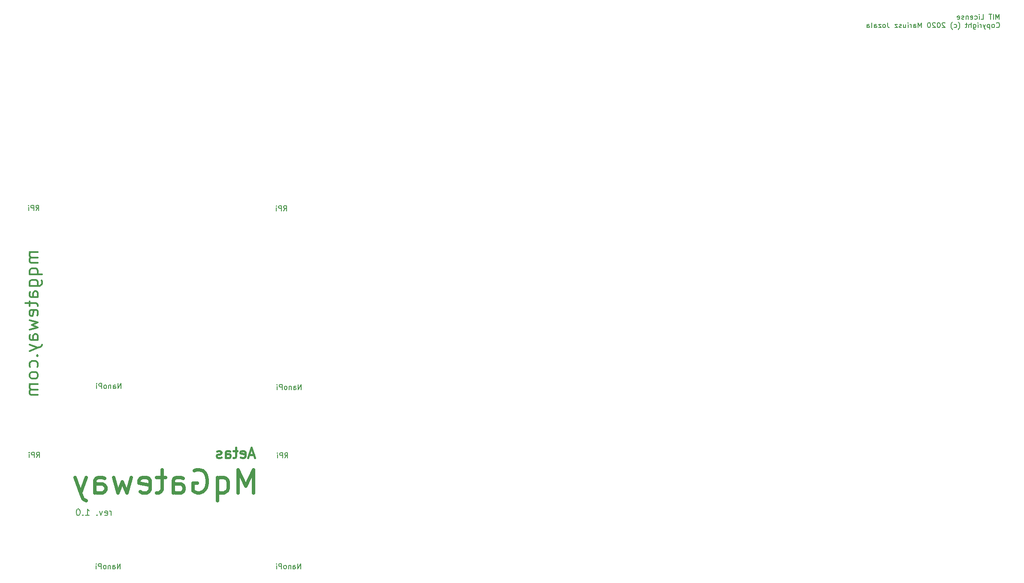
<source format=gbr>
G04 #@! TF.GenerationSoftware,KiCad,Pcbnew,5.1.5+dfsg1-2build2*
G04 #@! TF.CreationDate,2020-11-11T22:45:24+01:00*
G04 #@! TF.ProjectId,MqGateway,4d714761-7465-4776-9179-2e6b69636164,rev?*
G04 #@! TF.SameCoordinates,PX1945ba0PY17d7840*
G04 #@! TF.FileFunction,Legend,Bot*
G04 #@! TF.FilePolarity,Positive*
%FSLAX46Y46*%
G04 Gerber Fmt 4.6, Leading zero omitted, Abs format (unit mm)*
G04 Created by KiCad (PCBNEW 5.1.5+dfsg1-2build2) date 2020-11-11 22:45:24*
%MOMM*%
%LPD*%
G04 APERTURE LIST*
%ADD10C,0.350000*%
%ADD11C,0.150000*%
%ADD12C,0.457200*%
%ADD13C,0.203200*%
%ADD14C,0.635000*%
%ADD15C,7.102000*%
%ADD16O,1.602000X2.102000*%
%ADD17R,1.602000X2.102000*%
%ADD18C,6.200000*%
%ADD19C,5.000000*%
%ADD20O,1.802000X1.802000*%
%ADD21R,1.802000X1.802000*%
%ADD22R,3.101740X3.101740*%
%ADD23C,3.101740*%
%ADD24C,1.603140*%
%ADD25C,3.302400*%
%ADD26O,1.502000X1.502000*%
%ADD27C,1.502000*%
%ADD28R,2.502000X1.702000*%
%ADD29O,2.502000X1.702000*%
%ADD30O,1.626000X2.100980*%
%ADD31R,1.626000X2.100980*%
%ADD32O,2.134000X2.642000*%
%ADD33R,1.626000X2.301640*%
%ADD34O,1.626000X2.301640*%
%ADD35C,2.102000*%
%ADD36O,2.100980X4.102500*%
%ADD37O,4.102500X2.100980*%
%ADD38O,4.602880X2.100980*%
%ADD39R,1.610000X1.610000*%
%ADD40C,1.610000*%
%ADD41R,1.711200X1.711200*%
%ADD42C,1.711200*%
%ADD43C,1.902000*%
%ADD44R,1.902000X1.902000*%
%ADD45R,2.100980X1.626000*%
%ADD46O,2.100980X1.626000*%
%ADD47C,2.452000*%
%ADD48R,2.452000X2.452000*%
G04 APERTURE END LIST*
D10*
X6634952Y-50300857D02*
X4968285Y-50300857D01*
X5206380Y-50300857D02*
X5087333Y-50419904D01*
X4968285Y-50658000D01*
X4968285Y-51015142D01*
X5087333Y-51253238D01*
X5325428Y-51372285D01*
X6634952Y-51372285D01*
X5325428Y-51372285D02*
X5087333Y-51491333D01*
X4968285Y-51729428D01*
X4968285Y-52086571D01*
X5087333Y-52324666D01*
X5325428Y-52443714D01*
X6634952Y-52443714D01*
X4968285Y-54705619D02*
X7468285Y-54705619D01*
X6515904Y-54705619D02*
X6634952Y-54467523D01*
X6634952Y-53991333D01*
X6515904Y-53753238D01*
X6396857Y-53634190D01*
X6158761Y-53515142D01*
X5444476Y-53515142D01*
X5206380Y-53634190D01*
X5087333Y-53753238D01*
X4968285Y-53991333D01*
X4968285Y-54467523D01*
X5087333Y-54705619D01*
X4968285Y-56967523D02*
X6992095Y-56967523D01*
X7230190Y-56848476D01*
X7349238Y-56729428D01*
X7468285Y-56491333D01*
X7468285Y-56134190D01*
X7349238Y-55896095D01*
X6515904Y-56967523D02*
X6634952Y-56729428D01*
X6634952Y-56253238D01*
X6515904Y-56015142D01*
X6396857Y-55896095D01*
X6158761Y-55777047D01*
X5444476Y-55777047D01*
X5206380Y-55896095D01*
X5087333Y-56015142D01*
X4968285Y-56253238D01*
X4968285Y-56729428D01*
X5087333Y-56967523D01*
X6634952Y-59229428D02*
X5325428Y-59229428D01*
X5087333Y-59110380D01*
X4968285Y-58872285D01*
X4968285Y-58396095D01*
X5087333Y-58158000D01*
X6515904Y-59229428D02*
X6634952Y-58991333D01*
X6634952Y-58396095D01*
X6515904Y-58158000D01*
X6277809Y-58038952D01*
X6039714Y-58038952D01*
X5801619Y-58158000D01*
X5682571Y-58396095D01*
X5682571Y-58991333D01*
X5563523Y-59229428D01*
X4968285Y-60062761D02*
X4968285Y-61015142D01*
X4134952Y-60419904D02*
X6277809Y-60419904D01*
X6515904Y-60538952D01*
X6634952Y-60777047D01*
X6634952Y-61015142D01*
X6515904Y-62800857D02*
X6634952Y-62562761D01*
X6634952Y-62086571D01*
X6515904Y-61848476D01*
X6277809Y-61729428D01*
X5325428Y-61729428D01*
X5087333Y-61848476D01*
X4968285Y-62086571D01*
X4968285Y-62562761D01*
X5087333Y-62800857D01*
X5325428Y-62919904D01*
X5563523Y-62919904D01*
X5801619Y-61729428D01*
X4968285Y-63753238D02*
X6634952Y-64229428D01*
X5444476Y-64705619D01*
X6634952Y-65181809D01*
X4968285Y-65658000D01*
X6634952Y-67681809D02*
X5325428Y-67681809D01*
X5087333Y-67562761D01*
X4968285Y-67324666D01*
X4968285Y-66848476D01*
X5087333Y-66610380D01*
X6515904Y-67681809D02*
X6634952Y-67443714D01*
X6634952Y-66848476D01*
X6515904Y-66610380D01*
X6277809Y-66491333D01*
X6039714Y-66491333D01*
X5801619Y-66610380D01*
X5682571Y-66848476D01*
X5682571Y-67443714D01*
X5563523Y-67681809D01*
X4968285Y-68634190D02*
X6634952Y-69229428D01*
X4968285Y-69824666D02*
X6634952Y-69229428D01*
X7230190Y-68991333D01*
X7349238Y-68872285D01*
X7468285Y-68634190D01*
X6396857Y-70777047D02*
X6515904Y-70896095D01*
X6634952Y-70777047D01*
X6515904Y-70658000D01*
X6396857Y-70777047D01*
X6634952Y-70777047D01*
X6515904Y-73038952D02*
X6634952Y-72800857D01*
X6634952Y-72324666D01*
X6515904Y-72086571D01*
X6396857Y-71967523D01*
X6158761Y-71848476D01*
X5444476Y-71848476D01*
X5206380Y-71967523D01*
X5087333Y-72086571D01*
X4968285Y-72324666D01*
X4968285Y-72800857D01*
X5087333Y-73038952D01*
X6634952Y-74467523D02*
X6515904Y-74229428D01*
X6396857Y-74110380D01*
X6158761Y-73991333D01*
X5444476Y-73991333D01*
X5206380Y-74110380D01*
X5087333Y-74229428D01*
X4968285Y-74467523D01*
X4968285Y-74824666D01*
X5087333Y-75062761D01*
X5206380Y-75181809D01*
X5444476Y-75300857D01*
X6158761Y-75300857D01*
X6396857Y-75181809D01*
X6515904Y-75062761D01*
X6634952Y-74824666D01*
X6634952Y-74467523D01*
X6634952Y-76372285D02*
X4968285Y-76372285D01*
X5206380Y-76372285D02*
X5087333Y-76491333D01*
X4968285Y-76729428D01*
X4968285Y-77086571D01*
X5087333Y-77324666D01*
X5325428Y-77443714D01*
X6634952Y-77443714D01*
X5325428Y-77443714D02*
X5087333Y-77562761D01*
X4968285Y-77800857D01*
X4968285Y-78158000D01*
X5087333Y-78396095D01*
X5325428Y-78515142D01*
X6634952Y-78515142D01*
D11*
X196364404Y-4327380D02*
X196364404Y-3327380D01*
X196031071Y-4041666D01*
X195697738Y-3327380D01*
X195697738Y-4327380D01*
X195221547Y-4327380D02*
X195221547Y-3327380D01*
X194888214Y-3327380D02*
X194316785Y-3327380D01*
X194602500Y-4327380D02*
X194602500Y-3327380D01*
X192745357Y-4327380D02*
X193221547Y-4327380D01*
X193221547Y-3327380D01*
X192412023Y-4327380D02*
X192412023Y-3660714D01*
X192412023Y-3327380D02*
X192459642Y-3375000D01*
X192412023Y-3422619D01*
X192364404Y-3375000D01*
X192412023Y-3327380D01*
X192412023Y-3422619D01*
X191507261Y-4279761D02*
X191602500Y-4327380D01*
X191792976Y-4327380D01*
X191888214Y-4279761D01*
X191935833Y-4232142D01*
X191983452Y-4136904D01*
X191983452Y-3851190D01*
X191935833Y-3755952D01*
X191888214Y-3708333D01*
X191792976Y-3660714D01*
X191602500Y-3660714D01*
X191507261Y-3708333D01*
X190697738Y-4279761D02*
X190792976Y-4327380D01*
X190983452Y-4327380D01*
X191078690Y-4279761D01*
X191126309Y-4184523D01*
X191126309Y-3803571D01*
X191078690Y-3708333D01*
X190983452Y-3660714D01*
X190792976Y-3660714D01*
X190697738Y-3708333D01*
X190650119Y-3803571D01*
X190650119Y-3898809D01*
X191126309Y-3994047D01*
X190221547Y-3660714D02*
X190221547Y-4327380D01*
X190221547Y-3755952D02*
X190173928Y-3708333D01*
X190078690Y-3660714D01*
X189935833Y-3660714D01*
X189840595Y-3708333D01*
X189792976Y-3803571D01*
X189792976Y-4327380D01*
X189364404Y-4279761D02*
X189269166Y-4327380D01*
X189078690Y-4327380D01*
X188983452Y-4279761D01*
X188935833Y-4184523D01*
X188935833Y-4136904D01*
X188983452Y-4041666D01*
X189078690Y-3994047D01*
X189221547Y-3994047D01*
X189316785Y-3946428D01*
X189364404Y-3851190D01*
X189364404Y-3803571D01*
X189316785Y-3708333D01*
X189221547Y-3660714D01*
X189078690Y-3660714D01*
X188983452Y-3708333D01*
X188126309Y-4279761D02*
X188221547Y-4327380D01*
X188412023Y-4327380D01*
X188507261Y-4279761D01*
X188554880Y-4184523D01*
X188554880Y-3803571D01*
X188507261Y-3708333D01*
X188412023Y-3660714D01*
X188221547Y-3660714D01*
X188126309Y-3708333D01*
X188078690Y-3803571D01*
X188078690Y-3898809D01*
X188554880Y-3994047D01*
X195792976Y-5882142D02*
X195840595Y-5929761D01*
X195983452Y-5977380D01*
X196078690Y-5977380D01*
X196221547Y-5929761D01*
X196316785Y-5834523D01*
X196364404Y-5739285D01*
X196412023Y-5548809D01*
X196412023Y-5405952D01*
X196364404Y-5215476D01*
X196316785Y-5120238D01*
X196221547Y-5025000D01*
X196078690Y-4977380D01*
X195983452Y-4977380D01*
X195840595Y-5025000D01*
X195792976Y-5072619D01*
X195221547Y-5977380D02*
X195316785Y-5929761D01*
X195364404Y-5882142D01*
X195412023Y-5786904D01*
X195412023Y-5501190D01*
X195364404Y-5405952D01*
X195316785Y-5358333D01*
X195221547Y-5310714D01*
X195078690Y-5310714D01*
X194983452Y-5358333D01*
X194935833Y-5405952D01*
X194888214Y-5501190D01*
X194888214Y-5786904D01*
X194935833Y-5882142D01*
X194983452Y-5929761D01*
X195078690Y-5977380D01*
X195221547Y-5977380D01*
X194459642Y-5310714D02*
X194459642Y-6310714D01*
X194459642Y-5358333D02*
X194364404Y-5310714D01*
X194173928Y-5310714D01*
X194078690Y-5358333D01*
X194031071Y-5405952D01*
X193983452Y-5501190D01*
X193983452Y-5786904D01*
X194031071Y-5882142D01*
X194078690Y-5929761D01*
X194173928Y-5977380D01*
X194364404Y-5977380D01*
X194459642Y-5929761D01*
X193650119Y-5310714D02*
X193412023Y-5977380D01*
X193173928Y-5310714D02*
X193412023Y-5977380D01*
X193507261Y-6215476D01*
X193554880Y-6263095D01*
X193650119Y-6310714D01*
X192792976Y-5977380D02*
X192792976Y-5310714D01*
X192792976Y-5501190D02*
X192745357Y-5405952D01*
X192697738Y-5358333D01*
X192602500Y-5310714D01*
X192507261Y-5310714D01*
X192173928Y-5977380D02*
X192173928Y-5310714D01*
X192173928Y-4977380D02*
X192221547Y-5025000D01*
X192173928Y-5072619D01*
X192126309Y-5025000D01*
X192173928Y-4977380D01*
X192173928Y-5072619D01*
X191269166Y-5310714D02*
X191269166Y-6120238D01*
X191316785Y-6215476D01*
X191364404Y-6263095D01*
X191459642Y-6310714D01*
X191602500Y-6310714D01*
X191697738Y-6263095D01*
X191269166Y-5929761D02*
X191364404Y-5977380D01*
X191554880Y-5977380D01*
X191650119Y-5929761D01*
X191697738Y-5882142D01*
X191745357Y-5786904D01*
X191745357Y-5501190D01*
X191697738Y-5405952D01*
X191650119Y-5358333D01*
X191554880Y-5310714D01*
X191364404Y-5310714D01*
X191269166Y-5358333D01*
X190792976Y-5977380D02*
X190792976Y-4977380D01*
X190364404Y-5977380D02*
X190364404Y-5453571D01*
X190412023Y-5358333D01*
X190507261Y-5310714D01*
X190650119Y-5310714D01*
X190745357Y-5358333D01*
X190792976Y-5405952D01*
X190031071Y-5310714D02*
X189650119Y-5310714D01*
X189888214Y-4977380D02*
X189888214Y-5834523D01*
X189840595Y-5929761D01*
X189745357Y-5977380D01*
X189650119Y-5977380D01*
X188269166Y-6358333D02*
X188316785Y-6310714D01*
X188412023Y-6167857D01*
X188459642Y-6072619D01*
X188507261Y-5929761D01*
X188554880Y-5691666D01*
X188554880Y-5501190D01*
X188507261Y-5263095D01*
X188459642Y-5120238D01*
X188412023Y-5025000D01*
X188316785Y-4882142D01*
X188269166Y-4834523D01*
X187459642Y-5929761D02*
X187554880Y-5977380D01*
X187745357Y-5977380D01*
X187840595Y-5929761D01*
X187888214Y-5882142D01*
X187935833Y-5786904D01*
X187935833Y-5501190D01*
X187888214Y-5405952D01*
X187840595Y-5358333D01*
X187745357Y-5310714D01*
X187554880Y-5310714D01*
X187459642Y-5358333D01*
X187126309Y-6358333D02*
X187078690Y-6310714D01*
X186983452Y-6167857D01*
X186935833Y-6072619D01*
X186888214Y-5929761D01*
X186840595Y-5691666D01*
X186840595Y-5501190D01*
X186888214Y-5263095D01*
X186935833Y-5120238D01*
X186983452Y-5025000D01*
X187078690Y-4882142D01*
X187126309Y-4834523D01*
X185650119Y-5072619D02*
X185602500Y-5025000D01*
X185507261Y-4977380D01*
X185269166Y-4977380D01*
X185173928Y-5025000D01*
X185126309Y-5072619D01*
X185078690Y-5167857D01*
X185078690Y-5263095D01*
X185126309Y-5405952D01*
X185697738Y-5977380D01*
X185078690Y-5977380D01*
X184459642Y-4977380D02*
X184364404Y-4977380D01*
X184269166Y-5025000D01*
X184221547Y-5072619D01*
X184173928Y-5167857D01*
X184126309Y-5358333D01*
X184126309Y-5596428D01*
X184173928Y-5786904D01*
X184221547Y-5882142D01*
X184269166Y-5929761D01*
X184364404Y-5977380D01*
X184459642Y-5977380D01*
X184554880Y-5929761D01*
X184602500Y-5882142D01*
X184650119Y-5786904D01*
X184697738Y-5596428D01*
X184697738Y-5358333D01*
X184650119Y-5167857D01*
X184602500Y-5072619D01*
X184554880Y-5025000D01*
X184459642Y-4977380D01*
X183745357Y-5072619D02*
X183697738Y-5025000D01*
X183602500Y-4977380D01*
X183364404Y-4977380D01*
X183269166Y-5025000D01*
X183221547Y-5072619D01*
X183173928Y-5167857D01*
X183173928Y-5263095D01*
X183221547Y-5405952D01*
X183792976Y-5977380D01*
X183173928Y-5977380D01*
X182554880Y-4977380D02*
X182459642Y-4977380D01*
X182364404Y-5025000D01*
X182316785Y-5072619D01*
X182269166Y-5167857D01*
X182221547Y-5358333D01*
X182221547Y-5596428D01*
X182269166Y-5786904D01*
X182316785Y-5882142D01*
X182364404Y-5929761D01*
X182459642Y-5977380D01*
X182554880Y-5977380D01*
X182650119Y-5929761D01*
X182697738Y-5882142D01*
X182745357Y-5786904D01*
X182792976Y-5596428D01*
X182792976Y-5358333D01*
X182745357Y-5167857D01*
X182697738Y-5072619D01*
X182650119Y-5025000D01*
X182554880Y-4977380D01*
X181031071Y-5977380D02*
X181031071Y-4977380D01*
X180697738Y-5691666D01*
X180364404Y-4977380D01*
X180364404Y-5977380D01*
X179459642Y-5977380D02*
X179459642Y-5453571D01*
X179507261Y-5358333D01*
X179602500Y-5310714D01*
X179792976Y-5310714D01*
X179888214Y-5358333D01*
X179459642Y-5929761D02*
X179554880Y-5977380D01*
X179792976Y-5977380D01*
X179888214Y-5929761D01*
X179935833Y-5834523D01*
X179935833Y-5739285D01*
X179888214Y-5644047D01*
X179792976Y-5596428D01*
X179554880Y-5596428D01*
X179459642Y-5548809D01*
X178983452Y-5977380D02*
X178983452Y-5310714D01*
X178983452Y-5501190D02*
X178935833Y-5405952D01*
X178888214Y-5358333D01*
X178792976Y-5310714D01*
X178697738Y-5310714D01*
X178364404Y-5977380D02*
X178364404Y-5310714D01*
X178364404Y-4977380D02*
X178412023Y-5025000D01*
X178364404Y-5072619D01*
X178316785Y-5025000D01*
X178364404Y-4977380D01*
X178364404Y-5072619D01*
X177459642Y-5310714D02*
X177459642Y-5977380D01*
X177888214Y-5310714D02*
X177888214Y-5834523D01*
X177840595Y-5929761D01*
X177745357Y-5977380D01*
X177602500Y-5977380D01*
X177507261Y-5929761D01*
X177459642Y-5882142D01*
X177031071Y-5929761D02*
X176935833Y-5977380D01*
X176745357Y-5977380D01*
X176650119Y-5929761D01*
X176602500Y-5834523D01*
X176602500Y-5786904D01*
X176650119Y-5691666D01*
X176745357Y-5644047D01*
X176888214Y-5644047D01*
X176983452Y-5596428D01*
X177031071Y-5501190D01*
X177031071Y-5453571D01*
X176983452Y-5358333D01*
X176888214Y-5310714D01*
X176745357Y-5310714D01*
X176650119Y-5358333D01*
X176269166Y-5310714D02*
X175745357Y-5310714D01*
X176269166Y-5977380D01*
X175745357Y-5977380D01*
X174316785Y-4977380D02*
X174316785Y-5691666D01*
X174364404Y-5834523D01*
X174459642Y-5929761D01*
X174602500Y-5977380D01*
X174697738Y-5977380D01*
X173697738Y-5977380D02*
X173792976Y-5929761D01*
X173840595Y-5882142D01*
X173888214Y-5786904D01*
X173888214Y-5501190D01*
X173840595Y-5405952D01*
X173792976Y-5358333D01*
X173697738Y-5310714D01*
X173554880Y-5310714D01*
X173459642Y-5358333D01*
X173412023Y-5405952D01*
X173364404Y-5501190D01*
X173364404Y-5786904D01*
X173412023Y-5882142D01*
X173459642Y-5929761D01*
X173554880Y-5977380D01*
X173697738Y-5977380D01*
X173031071Y-5310714D02*
X172507261Y-5310714D01*
X173031071Y-5977380D01*
X172507261Y-5977380D01*
X171697738Y-5977380D02*
X171697738Y-5453571D01*
X171745357Y-5358333D01*
X171840595Y-5310714D01*
X172031071Y-5310714D01*
X172126309Y-5358333D01*
X171697738Y-5929761D02*
X171792976Y-5977380D01*
X172031071Y-5977380D01*
X172126309Y-5929761D01*
X172173928Y-5834523D01*
X172173928Y-5739285D01*
X172126309Y-5644047D01*
X172031071Y-5596428D01*
X171792976Y-5596428D01*
X171697738Y-5548809D01*
X171078690Y-5977380D02*
X171173928Y-5929761D01*
X171221547Y-5834523D01*
X171221547Y-4977380D01*
X170269166Y-5977380D02*
X170269166Y-5453571D01*
X170316785Y-5358333D01*
X170412023Y-5310714D01*
X170602500Y-5310714D01*
X170697738Y-5358333D01*
X170269166Y-5929761D02*
X170364404Y-5977380D01*
X170602500Y-5977380D01*
X170697738Y-5929761D01*
X170745357Y-5834523D01*
X170745357Y-5739285D01*
X170697738Y-5644047D01*
X170602500Y-5596428D01*
X170364404Y-5596428D01*
X170269166Y-5548809D01*
X55128571Y-42152380D02*
X55461904Y-41676190D01*
X55700000Y-42152380D02*
X55700000Y-41152380D01*
X55319047Y-41152380D01*
X55223809Y-41200000D01*
X55176190Y-41247619D01*
X55128571Y-41342857D01*
X55128571Y-41485714D01*
X55176190Y-41580952D01*
X55223809Y-41628571D01*
X55319047Y-41676190D01*
X55700000Y-41676190D01*
X54700000Y-42152380D02*
X54700000Y-41152380D01*
X54319047Y-41152380D01*
X54223809Y-41200000D01*
X54176190Y-41247619D01*
X54128571Y-41342857D01*
X54128571Y-41485714D01*
X54176190Y-41580952D01*
X54223809Y-41628571D01*
X54319047Y-41676190D01*
X54700000Y-41676190D01*
X53700000Y-42152380D02*
X53700000Y-41485714D01*
X53700000Y-41152380D02*
X53747619Y-41200000D01*
X53700000Y-41247619D01*
X53652380Y-41200000D01*
X53700000Y-41152380D01*
X53700000Y-41247619D01*
X6228571Y-42052380D02*
X6561904Y-41576190D01*
X6800000Y-42052380D02*
X6800000Y-41052380D01*
X6419047Y-41052380D01*
X6323809Y-41100000D01*
X6276190Y-41147619D01*
X6228571Y-41242857D01*
X6228571Y-41385714D01*
X6276190Y-41480952D01*
X6323809Y-41528571D01*
X6419047Y-41576190D01*
X6800000Y-41576190D01*
X5800000Y-42052380D02*
X5800000Y-41052380D01*
X5419047Y-41052380D01*
X5323809Y-41100000D01*
X5276190Y-41147619D01*
X5228571Y-41242857D01*
X5228571Y-41385714D01*
X5276190Y-41480952D01*
X5323809Y-41528571D01*
X5419047Y-41576190D01*
X5800000Y-41576190D01*
X4800000Y-42052380D02*
X4800000Y-41385714D01*
X4800000Y-41052380D02*
X4847619Y-41100000D01*
X4800000Y-41147619D01*
X4752380Y-41100000D01*
X4800000Y-41052380D01*
X4800000Y-41147619D01*
X55328571Y-90952380D02*
X55661904Y-90476190D01*
X55900000Y-90952380D02*
X55900000Y-89952380D01*
X55519047Y-89952380D01*
X55423809Y-90000000D01*
X55376190Y-90047619D01*
X55328571Y-90142857D01*
X55328571Y-90285714D01*
X55376190Y-90380952D01*
X55423809Y-90428571D01*
X55519047Y-90476190D01*
X55900000Y-90476190D01*
X54900000Y-90952380D02*
X54900000Y-89952380D01*
X54519047Y-89952380D01*
X54423809Y-90000000D01*
X54376190Y-90047619D01*
X54328571Y-90142857D01*
X54328571Y-90285714D01*
X54376190Y-90380952D01*
X54423809Y-90428571D01*
X54519047Y-90476190D01*
X54900000Y-90476190D01*
X53900000Y-90952380D02*
X53900000Y-90285714D01*
X53900000Y-89952380D02*
X53947619Y-90000000D01*
X53900000Y-90047619D01*
X53852380Y-90000000D01*
X53900000Y-89952380D01*
X53900000Y-90047619D01*
X6328571Y-90852380D02*
X6661904Y-90376190D01*
X6900000Y-90852380D02*
X6900000Y-89852380D01*
X6519047Y-89852380D01*
X6423809Y-89900000D01*
X6376190Y-89947619D01*
X6328571Y-90042857D01*
X6328571Y-90185714D01*
X6376190Y-90280952D01*
X6423809Y-90328571D01*
X6519047Y-90376190D01*
X6900000Y-90376190D01*
X5900000Y-90852380D02*
X5900000Y-89852380D01*
X5519047Y-89852380D01*
X5423809Y-89900000D01*
X5376190Y-89947619D01*
X5328571Y-90042857D01*
X5328571Y-90185714D01*
X5376190Y-90280952D01*
X5423809Y-90328571D01*
X5519047Y-90376190D01*
X5900000Y-90376190D01*
X4900000Y-90852380D02*
X4900000Y-90185714D01*
X4900000Y-89852380D02*
X4947619Y-89900000D01*
X4900000Y-89947619D01*
X4852380Y-89900000D01*
X4900000Y-89852380D01*
X4900000Y-89947619D01*
X22980952Y-77252380D02*
X22980952Y-76252380D01*
X22409523Y-77252380D01*
X22409523Y-76252380D01*
X21504761Y-77252380D02*
X21504761Y-76728571D01*
X21552380Y-76633333D01*
X21647619Y-76585714D01*
X21838095Y-76585714D01*
X21933333Y-76633333D01*
X21504761Y-77204761D02*
X21600000Y-77252380D01*
X21838095Y-77252380D01*
X21933333Y-77204761D01*
X21980952Y-77109523D01*
X21980952Y-77014285D01*
X21933333Y-76919047D01*
X21838095Y-76871428D01*
X21600000Y-76871428D01*
X21504761Y-76823809D01*
X21028571Y-76585714D02*
X21028571Y-77252380D01*
X21028571Y-76680952D02*
X20980952Y-76633333D01*
X20885714Y-76585714D01*
X20742857Y-76585714D01*
X20647619Y-76633333D01*
X20600000Y-76728571D01*
X20600000Y-77252380D01*
X19980952Y-77252380D02*
X20076190Y-77204761D01*
X20123809Y-77157142D01*
X20171428Y-77061904D01*
X20171428Y-76776190D01*
X20123809Y-76680952D01*
X20076190Y-76633333D01*
X19980952Y-76585714D01*
X19838095Y-76585714D01*
X19742857Y-76633333D01*
X19695238Y-76680952D01*
X19647619Y-76776190D01*
X19647619Y-77061904D01*
X19695238Y-77157142D01*
X19742857Y-77204761D01*
X19838095Y-77252380D01*
X19980952Y-77252380D01*
X19219047Y-77252380D02*
X19219047Y-76252380D01*
X18838095Y-76252380D01*
X18742857Y-76300000D01*
X18695238Y-76347619D01*
X18647619Y-76442857D01*
X18647619Y-76585714D01*
X18695238Y-76680952D01*
X18742857Y-76728571D01*
X18838095Y-76776190D01*
X19219047Y-76776190D01*
X18219047Y-77252380D02*
X18219047Y-76585714D01*
X18219047Y-76252380D02*
X18266666Y-76300000D01*
X18219047Y-76347619D01*
X18171428Y-76300000D01*
X18219047Y-76252380D01*
X18219047Y-76347619D01*
X58580952Y-77452380D02*
X58580952Y-76452380D01*
X58009523Y-77452380D01*
X58009523Y-76452380D01*
X57104761Y-77452380D02*
X57104761Y-76928571D01*
X57152380Y-76833333D01*
X57247619Y-76785714D01*
X57438095Y-76785714D01*
X57533333Y-76833333D01*
X57104761Y-77404761D02*
X57200000Y-77452380D01*
X57438095Y-77452380D01*
X57533333Y-77404761D01*
X57580952Y-77309523D01*
X57580952Y-77214285D01*
X57533333Y-77119047D01*
X57438095Y-77071428D01*
X57200000Y-77071428D01*
X57104761Y-77023809D01*
X56628571Y-76785714D02*
X56628571Y-77452380D01*
X56628571Y-76880952D02*
X56580952Y-76833333D01*
X56485714Y-76785714D01*
X56342857Y-76785714D01*
X56247619Y-76833333D01*
X56200000Y-76928571D01*
X56200000Y-77452380D01*
X55580952Y-77452380D02*
X55676190Y-77404761D01*
X55723809Y-77357142D01*
X55771428Y-77261904D01*
X55771428Y-76976190D01*
X55723809Y-76880952D01*
X55676190Y-76833333D01*
X55580952Y-76785714D01*
X55438095Y-76785714D01*
X55342857Y-76833333D01*
X55295238Y-76880952D01*
X55247619Y-76976190D01*
X55247619Y-77261904D01*
X55295238Y-77357142D01*
X55342857Y-77404761D01*
X55438095Y-77452380D01*
X55580952Y-77452380D01*
X54819047Y-77452380D02*
X54819047Y-76452380D01*
X54438095Y-76452380D01*
X54342857Y-76500000D01*
X54295238Y-76547619D01*
X54247619Y-76642857D01*
X54247619Y-76785714D01*
X54295238Y-76880952D01*
X54342857Y-76928571D01*
X54438095Y-76976190D01*
X54819047Y-76976190D01*
X53819047Y-77452380D02*
X53819047Y-76785714D01*
X53819047Y-76452380D02*
X53866666Y-76500000D01*
X53819047Y-76547619D01*
X53771428Y-76500000D01*
X53819047Y-76452380D01*
X53819047Y-76547619D01*
X58480952Y-112852380D02*
X58480952Y-111852380D01*
X57909523Y-112852380D01*
X57909523Y-111852380D01*
X57004761Y-112852380D02*
X57004761Y-112328571D01*
X57052380Y-112233333D01*
X57147619Y-112185714D01*
X57338095Y-112185714D01*
X57433333Y-112233333D01*
X57004761Y-112804761D02*
X57100000Y-112852380D01*
X57338095Y-112852380D01*
X57433333Y-112804761D01*
X57480952Y-112709523D01*
X57480952Y-112614285D01*
X57433333Y-112519047D01*
X57338095Y-112471428D01*
X57100000Y-112471428D01*
X57004761Y-112423809D01*
X56528571Y-112185714D02*
X56528571Y-112852380D01*
X56528571Y-112280952D02*
X56480952Y-112233333D01*
X56385714Y-112185714D01*
X56242857Y-112185714D01*
X56147619Y-112233333D01*
X56100000Y-112328571D01*
X56100000Y-112852380D01*
X55480952Y-112852380D02*
X55576190Y-112804761D01*
X55623809Y-112757142D01*
X55671428Y-112661904D01*
X55671428Y-112376190D01*
X55623809Y-112280952D01*
X55576190Y-112233333D01*
X55480952Y-112185714D01*
X55338095Y-112185714D01*
X55242857Y-112233333D01*
X55195238Y-112280952D01*
X55147619Y-112376190D01*
X55147619Y-112661904D01*
X55195238Y-112757142D01*
X55242857Y-112804761D01*
X55338095Y-112852380D01*
X55480952Y-112852380D01*
X54719047Y-112852380D02*
X54719047Y-111852380D01*
X54338095Y-111852380D01*
X54242857Y-111900000D01*
X54195238Y-111947619D01*
X54147619Y-112042857D01*
X54147619Y-112185714D01*
X54195238Y-112280952D01*
X54242857Y-112328571D01*
X54338095Y-112376190D01*
X54719047Y-112376190D01*
X53719047Y-112852380D02*
X53719047Y-112185714D01*
X53719047Y-111852380D02*
X53766666Y-111900000D01*
X53719047Y-111947619D01*
X53671428Y-111900000D01*
X53719047Y-111852380D01*
X53719047Y-111947619D01*
X22880952Y-112852380D02*
X22880952Y-111852380D01*
X22309523Y-112852380D01*
X22309523Y-111852380D01*
X21404761Y-112852380D02*
X21404761Y-112328571D01*
X21452380Y-112233333D01*
X21547619Y-112185714D01*
X21738095Y-112185714D01*
X21833333Y-112233333D01*
X21404761Y-112804761D02*
X21500000Y-112852380D01*
X21738095Y-112852380D01*
X21833333Y-112804761D01*
X21880952Y-112709523D01*
X21880952Y-112614285D01*
X21833333Y-112519047D01*
X21738095Y-112471428D01*
X21500000Y-112471428D01*
X21404761Y-112423809D01*
X20928571Y-112185714D02*
X20928571Y-112852380D01*
X20928571Y-112280952D02*
X20880952Y-112233333D01*
X20785714Y-112185714D01*
X20642857Y-112185714D01*
X20547619Y-112233333D01*
X20500000Y-112328571D01*
X20500000Y-112852380D01*
X19880952Y-112852380D02*
X19976190Y-112804761D01*
X20023809Y-112757142D01*
X20071428Y-112661904D01*
X20071428Y-112376190D01*
X20023809Y-112280952D01*
X19976190Y-112233333D01*
X19880952Y-112185714D01*
X19738095Y-112185714D01*
X19642857Y-112233333D01*
X19595238Y-112280952D01*
X19547619Y-112376190D01*
X19547619Y-112661904D01*
X19595238Y-112757142D01*
X19642857Y-112804761D01*
X19738095Y-112852380D01*
X19880952Y-112852380D01*
X19119047Y-112852380D02*
X19119047Y-111852380D01*
X18738095Y-111852380D01*
X18642857Y-111900000D01*
X18595238Y-111947619D01*
X18547619Y-112042857D01*
X18547619Y-112185714D01*
X18595238Y-112280952D01*
X18642857Y-112328571D01*
X18738095Y-112376190D01*
X19119047Y-112376190D01*
X18119047Y-112852380D02*
X18119047Y-112185714D01*
X18119047Y-111852380D02*
X18166666Y-111900000D01*
X18119047Y-111947619D01*
X18071428Y-111900000D01*
X18119047Y-111852380D01*
X18119047Y-111947619D01*
D12*
X49276952Y-90338666D02*
X48309333Y-90338666D01*
X49470476Y-90919238D02*
X48793142Y-88887238D01*
X48115809Y-90919238D01*
X46664380Y-90822476D02*
X46857904Y-90919238D01*
X47244952Y-90919238D01*
X47438476Y-90822476D01*
X47535238Y-90628952D01*
X47535238Y-89854857D01*
X47438476Y-89661333D01*
X47244952Y-89564571D01*
X46857904Y-89564571D01*
X46664380Y-89661333D01*
X46567619Y-89854857D01*
X46567619Y-90048380D01*
X47535238Y-90241904D01*
X45987047Y-89564571D02*
X45212952Y-89564571D01*
X45696761Y-88887238D02*
X45696761Y-90628952D01*
X45600000Y-90822476D01*
X45406476Y-90919238D01*
X45212952Y-90919238D01*
X43664761Y-90919238D02*
X43664761Y-89854857D01*
X43761523Y-89661333D01*
X43955047Y-89564571D01*
X44342095Y-89564571D01*
X44535619Y-89661333D01*
X43664761Y-90822476D02*
X43858285Y-90919238D01*
X44342095Y-90919238D01*
X44535619Y-90822476D01*
X44632380Y-90628952D01*
X44632380Y-90435428D01*
X44535619Y-90241904D01*
X44342095Y-90145142D01*
X43858285Y-90145142D01*
X43664761Y-90048380D01*
X42793904Y-90822476D02*
X42600380Y-90919238D01*
X42213333Y-90919238D01*
X42019809Y-90822476D01*
X41923047Y-90628952D01*
X41923047Y-90532190D01*
X42019809Y-90338666D01*
X42213333Y-90241904D01*
X42503619Y-90241904D01*
X42697142Y-90145142D01*
X42793904Y-89951619D01*
X42793904Y-89854857D01*
X42697142Y-89661333D01*
X42503619Y-89564571D01*
X42213333Y-89564571D01*
X42019809Y-89661333D01*
D13*
X21112904Y-102320523D02*
X21112904Y-101473857D01*
X21112904Y-101715761D02*
X21052428Y-101594809D01*
X20991952Y-101534333D01*
X20871000Y-101473857D01*
X20750047Y-101473857D01*
X19842904Y-102260047D02*
X19963857Y-102320523D01*
X20205761Y-102320523D01*
X20326714Y-102260047D01*
X20387190Y-102139095D01*
X20387190Y-101655285D01*
X20326714Y-101534333D01*
X20205761Y-101473857D01*
X19963857Y-101473857D01*
X19842904Y-101534333D01*
X19782428Y-101655285D01*
X19782428Y-101776238D01*
X20387190Y-101897190D01*
X19359095Y-101473857D02*
X19056714Y-102320523D01*
X18754333Y-101473857D01*
X18270523Y-102199571D02*
X18210047Y-102260047D01*
X18270523Y-102320523D01*
X18331000Y-102260047D01*
X18270523Y-102199571D01*
X18270523Y-102320523D01*
X16032904Y-102320523D02*
X16758619Y-102320523D01*
X16395761Y-102320523D02*
X16395761Y-101050523D01*
X16516714Y-101231952D01*
X16637666Y-101352904D01*
X16758619Y-101413380D01*
X15488619Y-102199571D02*
X15428142Y-102260047D01*
X15488619Y-102320523D01*
X15549095Y-102260047D01*
X15488619Y-102199571D01*
X15488619Y-102320523D01*
X14641952Y-101050523D02*
X14521000Y-101050523D01*
X14400047Y-101111000D01*
X14339571Y-101171476D01*
X14279095Y-101292428D01*
X14218619Y-101534333D01*
X14218619Y-101836714D01*
X14279095Y-102078619D01*
X14339571Y-102199571D01*
X14400047Y-102260047D01*
X14521000Y-102320523D01*
X14641952Y-102320523D01*
X14762904Y-102260047D01*
X14823380Y-102199571D01*
X14883857Y-102078619D01*
X14944333Y-101836714D01*
X14944333Y-101534333D01*
X14883857Y-101292428D01*
X14823380Y-101171476D01*
X14762904Y-101111000D01*
X14641952Y-101050523D01*
D14*
X49217142Y-97868285D02*
X49217142Y-93296285D01*
X47693142Y-96562000D01*
X46169142Y-93296285D01*
X46169142Y-97868285D01*
X42032571Y-94820285D02*
X42032571Y-99392285D01*
X42032571Y-97650571D02*
X42468000Y-97868285D01*
X43338857Y-97868285D01*
X43774285Y-97650571D01*
X43992000Y-97432857D01*
X44209714Y-96997428D01*
X44209714Y-95691142D01*
X43992000Y-95255714D01*
X43774285Y-95038000D01*
X43338857Y-94820285D01*
X42468000Y-94820285D01*
X42032571Y-95038000D01*
X37460571Y-93514000D02*
X37896000Y-93296285D01*
X38549142Y-93296285D01*
X39202285Y-93514000D01*
X39637714Y-93949428D01*
X39855428Y-94384857D01*
X40073142Y-95255714D01*
X40073142Y-95908857D01*
X39855428Y-96779714D01*
X39637714Y-97215142D01*
X39202285Y-97650571D01*
X38549142Y-97868285D01*
X38113714Y-97868285D01*
X37460571Y-97650571D01*
X37242857Y-97432857D01*
X37242857Y-95908857D01*
X38113714Y-95908857D01*
X33324000Y-97868285D02*
X33324000Y-95473428D01*
X33541714Y-95038000D01*
X33977142Y-94820285D01*
X34848000Y-94820285D01*
X35283428Y-95038000D01*
X33324000Y-97650571D02*
X33759428Y-97868285D01*
X34848000Y-97868285D01*
X35283428Y-97650571D01*
X35501142Y-97215142D01*
X35501142Y-96779714D01*
X35283428Y-96344285D01*
X34848000Y-96126571D01*
X33759428Y-96126571D01*
X33324000Y-95908857D01*
X31800000Y-94820285D02*
X30058285Y-94820285D01*
X31146857Y-93296285D02*
X31146857Y-97215142D01*
X30929142Y-97650571D01*
X30493714Y-97868285D01*
X30058285Y-97868285D01*
X26792571Y-97650571D02*
X27228000Y-97868285D01*
X28098857Y-97868285D01*
X28534285Y-97650571D01*
X28751999Y-97215142D01*
X28751999Y-95473428D01*
X28534285Y-95038000D01*
X28098857Y-94820285D01*
X27228000Y-94820285D01*
X26792571Y-95038000D01*
X26574857Y-95473428D01*
X26574857Y-95908857D01*
X28751999Y-96344285D01*
X25050857Y-94820285D02*
X24180000Y-97868285D01*
X23309142Y-95691142D01*
X22438285Y-97868285D01*
X21567428Y-94820285D01*
X17866285Y-97868285D02*
X17866285Y-95473428D01*
X18084000Y-95038000D01*
X18519428Y-94820285D01*
X19390285Y-94820285D01*
X19825714Y-95038000D01*
X17866285Y-97650571D02*
X18301714Y-97868285D01*
X19390285Y-97868285D01*
X19825714Y-97650571D01*
X20043428Y-97215142D01*
X20043428Y-96779714D01*
X19825714Y-96344285D01*
X19390285Y-96126571D01*
X18301714Y-96126571D01*
X17866285Y-95908857D01*
X16124571Y-94820285D02*
X15036000Y-97868285D01*
X13947428Y-94820285D02*
X15036000Y-97868285D01*
X15471428Y-98956857D01*
X15689142Y-99174571D01*
X16124571Y-99392285D01*
%LPC*%
D15*
X12848000Y-10284000D03*
X120544000Y-62608000D03*
X17442000Y-46628000D03*
X185314000Y-101216000D03*
X188384000Y-16656000D03*
X99738000Y-15386000D03*
X23538000Y-90062000D03*
X181780000Y-69234000D03*
D16*
X10710000Y-22680000D03*
X10710000Y-25720000D03*
X8170000Y-25720000D03*
X8170000Y-22680000D03*
X13250000Y-22680000D03*
X13250000Y-25720000D03*
X15790000Y-25720000D03*
X15790000Y-22680000D03*
X18330000Y-22680000D03*
X18330000Y-25720000D03*
X23410000Y-22680000D03*
X23410000Y-25720000D03*
X20870000Y-25720000D03*
X20870000Y-22680000D03*
X25950000Y-22680000D03*
X25950000Y-25720000D03*
X28490000Y-25720000D03*
X28490000Y-22680000D03*
X31030000Y-22680000D03*
X31030000Y-25720000D03*
X33570000Y-25720000D03*
X33570000Y-22680000D03*
X36110000Y-22680000D03*
X36110000Y-25720000D03*
X38650000Y-25720000D03*
X38650000Y-22680000D03*
X41190000Y-22680000D03*
X41190000Y-25720000D03*
X43730000Y-25720000D03*
X43730000Y-22680000D03*
X46270000Y-22680000D03*
X46270000Y-25720000D03*
X48810000Y-25720000D03*
X48810000Y-22680000D03*
D17*
X56430000Y-22680000D03*
D16*
X56430000Y-25720000D03*
X53890000Y-22680000D03*
X53890000Y-25720000D03*
X51350000Y-22680000D03*
X51350000Y-25720000D03*
D18*
X5948000Y-37198000D03*
X54948000Y-37198000D03*
X54948000Y-95198000D03*
X5948000Y-95198000D03*
D19*
X56158000Y-116464000D03*
X56158000Y-81064000D03*
X20758000Y-116464000D03*
X20758000Y-81064000D03*
D20*
X47922000Y-58820000D03*
X47922000Y-61360000D03*
X45382000Y-58820000D03*
X45382000Y-61360000D03*
X42842000Y-58820000D03*
X42842000Y-61360000D03*
X40302000Y-58820000D03*
X40302000Y-61360000D03*
X37762000Y-58820000D03*
X37762000Y-61360000D03*
X35222000Y-58820000D03*
X35222000Y-61360000D03*
X32682000Y-58820000D03*
X32682000Y-61360000D03*
X30142000Y-58820000D03*
X30142000Y-61360000D03*
X27602000Y-58820000D03*
X27602000Y-61360000D03*
X25062000Y-58820000D03*
X25062000Y-61360000D03*
X22522000Y-58820000D03*
X22522000Y-61360000D03*
X19982000Y-58820000D03*
D21*
X19982000Y-61360000D03*
D22*
X188060000Y-88400000D03*
D23*
X193140000Y-88400000D03*
D24*
X83098220Y-96245000D03*
X85638220Y-96245000D03*
X170929500Y-98805000D03*
X100908450Y-98795000D03*
X151849500Y-98805000D03*
X98368450Y-98795000D03*
X165849500Y-98805000D03*
X169659500Y-96265000D03*
X156929500Y-98805000D03*
X160739500Y-96265000D03*
X153119500Y-96265000D03*
X142919100Y-98795000D03*
X159469500Y-98805000D03*
X146729100Y-96255000D03*
X140379100Y-98795000D03*
X172199500Y-96265000D03*
X144189100Y-96255000D03*
X139109100Y-96255000D03*
X90718220Y-96245000D03*
X67828000Y-98775000D03*
X141649100Y-96255000D03*
X88178220Y-96245000D03*
X158199500Y-96265000D03*
X74178000Y-96235000D03*
X81828220Y-98785000D03*
X167119500Y-96265000D03*
X137839100Y-98795000D03*
X109828615Y-98795000D03*
X118718615Y-96255000D03*
X111098615Y-96255000D03*
X102178450Y-96255000D03*
X84368220Y-98785000D03*
X126378900Y-98795000D03*
X174739500Y-96265000D03*
X168389500Y-98805000D03*
X76718000Y-96235000D03*
X130188900Y-96255000D03*
X95828450Y-98795000D03*
X173469500Y-98805000D03*
X123838900Y-98795000D03*
X128918900Y-98795000D03*
X70368000Y-98775000D03*
X89448220Y-98785000D03*
X113638615Y-96255000D03*
X112368615Y-98795000D03*
X116178615Y-96255000D03*
X131458900Y-98795000D03*
X127648900Y-96255000D03*
X103448450Y-98795000D03*
X71638000Y-96235000D03*
X155659500Y-96265000D03*
X72908000Y-98775000D03*
X104718450Y-96255000D03*
X86908220Y-98785000D03*
X114908615Y-98795000D03*
X69098000Y-96235000D03*
X132728900Y-96255000D03*
X125108900Y-96255000D03*
X145459100Y-98795000D03*
X75448000Y-98775000D03*
X154389500Y-98805000D03*
X117448615Y-98795000D03*
X99638450Y-96255000D03*
X97098450Y-96255000D03*
X69098000Y-102985000D03*
X71638000Y-102985000D03*
X76718000Y-102985000D03*
X74178000Y-102985000D03*
X67828000Y-105525000D03*
X70368000Y-105525000D03*
D25*
X66485000Y-111915000D03*
D24*
X75448000Y-105525000D03*
X72908000Y-105525000D03*
X86908220Y-105535000D03*
X84368220Y-105535000D03*
X88178220Y-102995000D03*
X81828220Y-105535000D03*
X89448220Y-105535000D03*
X90718220Y-102995000D03*
X85638220Y-102995000D03*
X83098220Y-102995000D03*
X95828450Y-105545000D03*
X104718450Y-103005000D03*
X97098450Y-103005000D03*
X99638450Y-103005000D03*
X98368450Y-105545000D03*
X102178450Y-103005000D03*
X100908450Y-105545000D03*
X103448450Y-105545000D03*
X114908615Y-105545000D03*
X109828615Y-105545000D03*
X113638615Y-103005000D03*
X116178615Y-103005000D03*
X111098615Y-103005000D03*
X118718615Y-103005000D03*
X112368615Y-105545000D03*
X117448615Y-105545000D03*
X165849500Y-105555000D03*
X170929500Y-105555000D03*
X174739500Y-103015000D03*
X167119500Y-103015000D03*
X173469500Y-105555000D03*
D25*
X176485000Y-111915000D03*
D24*
X172199500Y-103015000D03*
X169659500Y-103015000D03*
X168389500Y-105555000D03*
X156929500Y-105555000D03*
X160739500Y-103015000D03*
X154389500Y-105555000D03*
X158199500Y-103015000D03*
X153119500Y-103015000D03*
X155659500Y-103015000D03*
X151849500Y-105555000D03*
X159469500Y-105555000D03*
X140379100Y-105545000D03*
X144189100Y-103005000D03*
X137839100Y-105545000D03*
X142919100Y-105545000D03*
X145459100Y-105545000D03*
X141649100Y-103005000D03*
X146729100Y-103005000D03*
X139109100Y-103005000D03*
X123838900Y-105545000D03*
X125108900Y-103005000D03*
X126378900Y-105545000D03*
X127648900Y-103005000D03*
X128918900Y-105545000D03*
X130188900Y-103005000D03*
X131458900Y-105545000D03*
X132728900Y-103005000D03*
D26*
X153217000Y-26796000D03*
D27*
X153217000Y-19176000D03*
X163377000Y-19176000D03*
D26*
X163377000Y-26796000D03*
D27*
X173537000Y-19176000D03*
D26*
X173537000Y-26796000D03*
D27*
X168457000Y-19176000D03*
D26*
X168457000Y-26796000D03*
D28*
X166540000Y-79775000D03*
D29*
X158920000Y-46755000D03*
X166540000Y-77235000D03*
X158920000Y-49295000D03*
X166540000Y-74695000D03*
X158920000Y-51835000D03*
X166540000Y-72155000D03*
X158920000Y-54375000D03*
X166540000Y-69615000D03*
X158920000Y-56915000D03*
X166540000Y-67075000D03*
X158920000Y-59455000D03*
X166540000Y-64535000D03*
X158920000Y-61995000D03*
X166540000Y-61995000D03*
X158920000Y-64535000D03*
X166540000Y-59455000D03*
X158920000Y-67075000D03*
X166540000Y-56915000D03*
X158920000Y-69615000D03*
X166540000Y-54375000D03*
X158920000Y-72155000D03*
X166540000Y-51835000D03*
X158920000Y-74695000D03*
X166540000Y-49295000D03*
X158920000Y-77235000D03*
X166540000Y-46755000D03*
X158920000Y-79775000D03*
D28*
X138600000Y-79775000D03*
D29*
X130980000Y-46755000D03*
X138600000Y-77235000D03*
X130980000Y-49295000D03*
X138600000Y-74695000D03*
X130980000Y-51835000D03*
X138600000Y-72155000D03*
X130980000Y-54375000D03*
X138600000Y-69615000D03*
X130980000Y-56915000D03*
X138600000Y-67075000D03*
X130980000Y-59455000D03*
X138600000Y-64535000D03*
X130980000Y-61995000D03*
X138600000Y-61995000D03*
X130980000Y-64535000D03*
X138600000Y-59455000D03*
X130980000Y-67075000D03*
X138600000Y-56915000D03*
X130980000Y-69615000D03*
X138600000Y-54375000D03*
X130980000Y-72155000D03*
X138600000Y-51835000D03*
X130980000Y-74695000D03*
X138600000Y-49295000D03*
X130980000Y-77235000D03*
X138600000Y-46755000D03*
X130980000Y-79775000D03*
D28*
X110660000Y-79775000D03*
D29*
X103040000Y-46755000D03*
X110660000Y-77235000D03*
X103040000Y-49295000D03*
X110660000Y-74695000D03*
X103040000Y-51835000D03*
X110660000Y-72155000D03*
X103040000Y-54375000D03*
X110660000Y-69615000D03*
X103040000Y-56915000D03*
X110660000Y-67075000D03*
X103040000Y-59455000D03*
X110660000Y-64535000D03*
X103040000Y-61995000D03*
X110660000Y-61995000D03*
X103040000Y-64535000D03*
X110660000Y-59455000D03*
X103040000Y-67075000D03*
X110660000Y-56915000D03*
X103040000Y-69615000D03*
X110660000Y-54375000D03*
X103040000Y-72155000D03*
X110660000Y-51835000D03*
X103040000Y-74695000D03*
X110660000Y-49295000D03*
X103040000Y-77235000D03*
X110660000Y-46755000D03*
X103040000Y-79775000D03*
D28*
X82720000Y-79775000D03*
D29*
X75100000Y-46755000D03*
X82720000Y-77235000D03*
X75100000Y-49295000D03*
X82720000Y-74695000D03*
X75100000Y-51835000D03*
X82720000Y-72155000D03*
X75100000Y-54375000D03*
X82720000Y-69615000D03*
X75100000Y-56915000D03*
X82720000Y-67075000D03*
X75100000Y-59455000D03*
X82720000Y-64535000D03*
X75100000Y-61995000D03*
X82720000Y-61995000D03*
X75100000Y-64535000D03*
X82720000Y-59455000D03*
X75100000Y-67075000D03*
X82720000Y-56915000D03*
X75100000Y-69615000D03*
X82720000Y-54375000D03*
X75100000Y-72155000D03*
X82720000Y-51835000D03*
X75100000Y-74695000D03*
X82720000Y-49295000D03*
X75100000Y-77235000D03*
X82720000Y-46755000D03*
X75100000Y-79775000D03*
D30*
X189830000Y-48718920D03*
X189830000Y-45681080D03*
X192370000Y-48718920D03*
D31*
X192370000Y-45681080D03*
D32*
X182034000Y-47136000D03*
X176954000Y-47136000D03*
X179494000Y-47136000D03*
D31*
X192194000Y-55269080D03*
D30*
X192194000Y-58306920D03*
X189654000Y-55269080D03*
X189654000Y-58306920D03*
D33*
X179494000Y-57550000D03*
D34*
X176954000Y-57550000D03*
D35*
X48326000Y-9290000D03*
X48326000Y-13790000D03*
X41826000Y-9290000D03*
X41826000Y-13790000D03*
X31158000Y-13790000D03*
X31158000Y-9290000D03*
X37658000Y-13790000D03*
X37658000Y-9290000D03*
D23*
X184332000Y-26796000D03*
D22*
X189412000Y-26796000D03*
D36*
X195600980Y-111799880D03*
D37*
X190300000Y-115051080D03*
D38*
X190300000Y-109049060D03*
D16*
X119804000Y-13104000D03*
X119804000Y-16144000D03*
X122344000Y-16144000D03*
X122344000Y-13104000D03*
D17*
X129964000Y-13104000D03*
D16*
X129964000Y-16144000D03*
X127424000Y-13104000D03*
X127424000Y-16144000D03*
X124884000Y-13104000D03*
X124884000Y-16144000D03*
D39*
X80180000Y-13608000D03*
D40*
X80180000Y-16148000D03*
X80180000Y-18688000D03*
X80180000Y-21228000D03*
X80180000Y-23768000D03*
X80180000Y-26308000D03*
D39*
X70020000Y-13608000D03*
D40*
X70020000Y-16148000D03*
X70020000Y-18688000D03*
X70020000Y-21228000D03*
X70020000Y-23768000D03*
X70020000Y-26308000D03*
D41*
X100246000Y-34436000D03*
D42*
X100246000Y-31896000D03*
X100246000Y-29356000D03*
X100246000Y-26816000D03*
D41*
X140886000Y-26816000D03*
D42*
X140886000Y-29356000D03*
X140886000Y-31896000D03*
X140886000Y-34436000D03*
D43*
X153217000Y-7258000D03*
D44*
X150677000Y-7258000D03*
D30*
X83228000Y-37986920D03*
X83228000Y-34949080D03*
X85768000Y-37986920D03*
D31*
X85768000Y-34949080D03*
D45*
X91615080Y-27578000D03*
D46*
X94652920Y-27578000D03*
X91615080Y-30118000D03*
X94652920Y-30118000D03*
D33*
X168457000Y-34416000D03*
D47*
X168457000Y-12191000D03*
X168457000Y-7111000D03*
X163377000Y-12191000D03*
D48*
X163377000Y-7111000D03*
M02*

</source>
